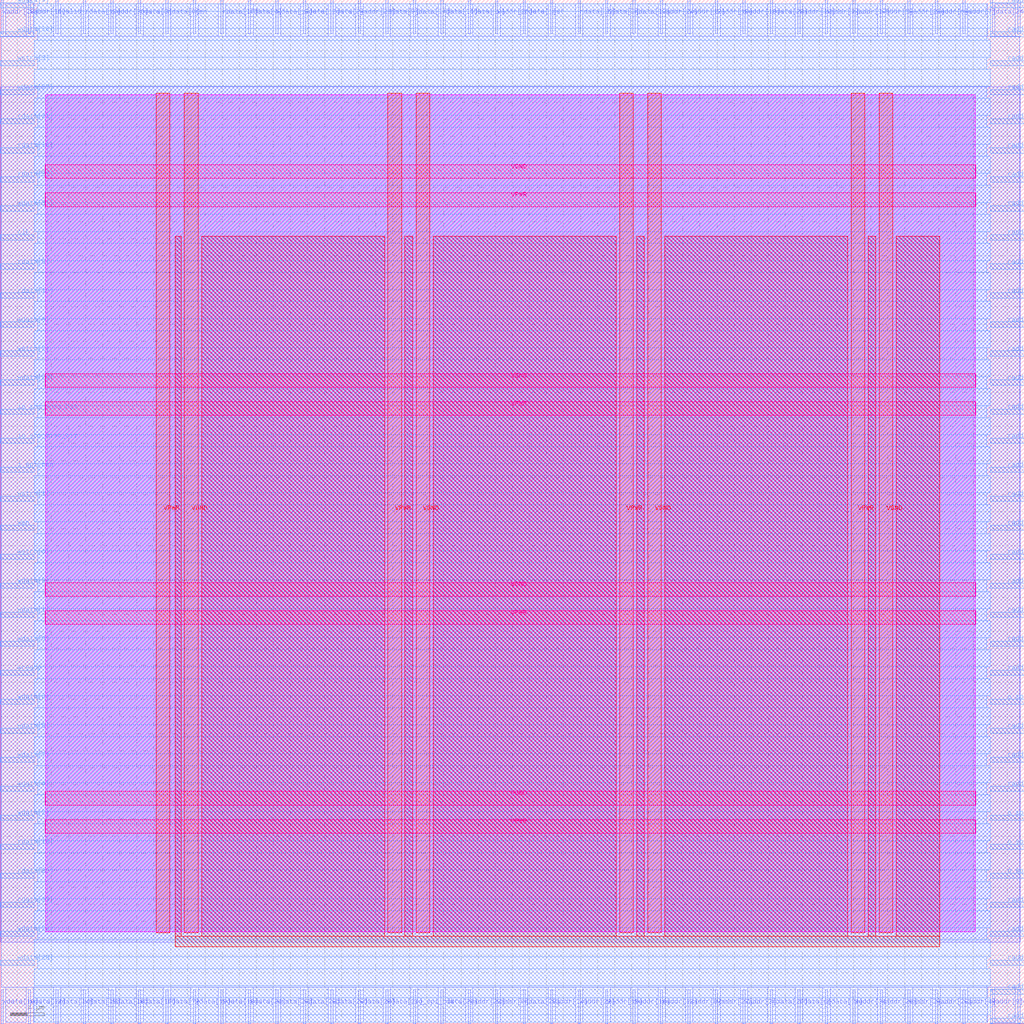
<source format=lef>
VERSION 5.7 ;
  NOWIREEXTENSIONATPIN ON ;
  DIVIDERCHAR "/" ;
  BUSBITCHARS "[]" ;
MACRO spi_top
  CLASS BLOCK ;
  FOREIGN spi_top ;
  ORIGIN 0.000 0.000 ;
  SIZE 120.000 BY 120.000 ;
  PIN VGND
    DIRECTION INOUT ;
    USE GROUND ;
    PORT
      LAYER met4 ;
        RECT 21.590 10.640 23.190 109.040 ;
    END
    PORT
      LAYER met4 ;
        RECT 48.730 10.640 50.330 109.040 ;
    END
    PORT
      LAYER met4 ;
        RECT 75.870 10.640 77.470 109.040 ;
    END
    PORT
      LAYER met4 ;
        RECT 103.010 10.640 104.610 109.040 ;
    END
    PORT
      LAYER met5 ;
        RECT 5.280 25.620 114.320 27.220 ;
    END
    PORT
      LAYER met5 ;
        RECT 5.280 50.100 114.320 51.700 ;
    END
    PORT
      LAYER met5 ;
        RECT 5.280 74.580 114.320 76.180 ;
    END
    PORT
      LAYER met5 ;
        RECT 5.280 99.060 114.320 100.660 ;
    END
  END VGND
  PIN VPWR
    DIRECTION INOUT ;
    USE POWER ;
    PORT
      LAYER met4 ;
        RECT 18.290 10.640 19.890 109.040 ;
    END
    PORT
      LAYER met4 ;
        RECT 45.430 10.640 47.030 109.040 ;
    END
    PORT
      LAYER met4 ;
        RECT 72.570 10.640 74.170 109.040 ;
    END
    PORT
      LAYER met4 ;
        RECT 99.710 10.640 101.310 109.040 ;
    END
    PORT
      LAYER met5 ;
        RECT 5.280 22.320 114.320 23.920 ;
    END
    PORT
      LAYER met5 ;
        RECT 5.280 46.800 114.320 48.400 ;
    END
    PORT
      LAYER met5 ;
        RECT 5.280 71.280 114.320 72.880 ;
    END
    PORT
      LAYER met5 ;
        RECT 5.280 95.760 114.320 97.360 ;
    END
  END VPWR
  PIN clk
    DIRECTION INPUT ;
    USE SIGNAL ;
    ANTENNAGATEAREA 0.852000 ;
    PORT
      LAYER met3 ;
        RECT 0.000 91.840 4.000 92.440 ;
    END
  END clk
  PIN i_spi_csn
    DIRECTION INPUT ;
    USE SIGNAL ;
    ANTENNAGATEAREA 0.196500 ;
    PORT
      LAYER met3 ;
        RECT 0.000 64.640 4.000 65.240 ;
    END
  END i_spi_csn
  PIN io_spi_clk
    DIRECTION INOUT ;
    USE SIGNAL ;
    ANTENNAGATEAREA 0.126000 ;
    ANTENNADIFFAREA 1.782000 ;
    PORT
      LAYER met2 ;
        RECT 48.390 0.000 48.670 4.000 ;
    END
  END io_spi_clk
  PIN io_spi_miso_bit
    DIRECTION INOUT ;
    USE SIGNAL ;
    ANTENNAGATEAREA 0.495000 ;
    ANTENNADIFFAREA 1.782000 ;
    PORT
      LAYER met3 ;
        RECT 0.000 68.040 4.000 68.640 ;
    END
  END io_spi_miso_bit
  PIN io_spi_mosi_bit
    DIRECTION INOUT ;
    USE SIGNAL ;
    ANTENNAGATEAREA 0.495000 ;
    ANTENNADIFFAREA 1.782000 ;
    PORT
      LAYER met3 ;
        RECT 0.000 71.440 4.000 72.040 ;
    END
  END io_spi_mosi_bit
  PIN o_spi_cs[0]
    DIRECTION OUTPUT ;
    USE SIGNAL ;
    ANTENNADIFFAREA 0.445500 ;
    PORT
      LAYER met3 ;
        RECT 116.000 23.840 120.000 24.440 ;
    END
  END o_spi_cs[0]
  PIN o_spi_cs[1]
    DIRECTION OUTPUT ;
    USE SIGNAL ;
    ANTENNADIFFAREA 0.445500 ;
    PORT
      LAYER met3 ;
        RECT 116.000 20.440 120.000 21.040 ;
    END
  END o_spi_cs[1]
  PIN o_spi_cs[2]
    DIRECTION OUTPUT ;
    USE SIGNAL ;
    ANTENNADIFFAREA 0.445500 ;
    PORT
      LAYER met3 ;
        RECT 116.000 17.040 120.000 17.640 ;
    END
  END o_spi_cs[2]
  PIN o_spi_cs[3]
    DIRECTION OUTPUT ;
    USE SIGNAL ;
    ANTENNADIFFAREA 0.445500 ;
    PORT
      LAYER met3 ;
        RECT 116.000 37.440 120.000 38.040 ;
    END
  END o_spi_cs[3]
  PIN raddr[0]
    DIRECTION INPUT ;
    USE SIGNAL ;
    ANTENNAGATEAREA 0.196500 ;
    PORT
      LAYER met3 ;
        RECT 116.000 44.240 120.000 44.840 ;
    END
  END raddr[0]
  PIN raddr[10]
    DIRECTION INPUT ;
    USE SIGNAL ;
    ANTENNAGATEAREA 0.196500 ;
    PORT
      LAYER met3 ;
        RECT 116.000 47.640 120.000 48.240 ;
    END
  END raddr[10]
  PIN raddr[11]
    DIRECTION INPUT ;
    USE SIGNAL ;
    ANTENNAGATEAREA 0.196500 ;
    PORT
      LAYER met3 ;
        RECT 116.000 64.640 120.000 65.240 ;
    END
  END raddr[11]
  PIN raddr[12]
    DIRECTION INPUT ;
    USE SIGNAL ;
    ANTENNAGATEAREA 0.196500 ;
    PORT
      LAYER met3 ;
        RECT 116.000 68.040 120.000 68.640 ;
    END
  END raddr[12]
  PIN raddr[13]
    DIRECTION INPUT ;
    USE SIGNAL ;
    ANTENNAGATEAREA 0.196500 ;
    PORT
      LAYER met3 ;
        RECT 116.000 61.240 120.000 61.840 ;
    END
  END raddr[13]
  PIN raddr[14]
    DIRECTION INPUT ;
    USE SIGNAL ;
    ANTENNAGATEAREA 0.196500 ;
    PORT
      LAYER met3 ;
        RECT 116.000 71.440 120.000 72.040 ;
    END
  END raddr[14]
  PIN raddr[15]
    DIRECTION INPUT ;
    USE SIGNAL ;
    ANTENNAGATEAREA 0.196500 ;
    PORT
      LAYER met3 ;
        RECT 116.000 57.840 120.000 58.440 ;
    END
  END raddr[15]
  PIN raddr[16]
    DIRECTION INPUT ;
    USE SIGNAL ;
    ANTENNAGATEAREA 0.196500 ;
    PORT
      LAYER met3 ;
        RECT 116.000 105.440 120.000 106.040 ;
    END
  END raddr[16]
  PIN raddr[17]
    DIRECTION INPUT ;
    USE SIGNAL ;
    ANTENNAGATEAREA 0.196500 ;
    PORT
      LAYER met3 ;
        RECT 116.000 98.640 120.000 99.240 ;
    END
  END raddr[17]
  PIN raddr[18]
    DIRECTION INPUT ;
    USE SIGNAL ;
    ANTENNAGATEAREA 0.196500 ;
    PORT
      LAYER met3 ;
        RECT 116.000 91.840 120.000 92.440 ;
    END
  END raddr[18]
  PIN raddr[19]
    DIRECTION INPUT ;
    USE SIGNAL ;
    ANTENNAGATEAREA 0.196500 ;
    PORT
      LAYER met3 ;
        RECT 116.000 88.440 120.000 89.040 ;
    END
  END raddr[19]
  PIN raddr[1]
    DIRECTION INPUT ;
    USE SIGNAL ;
    ANTENNAGATEAREA 0.196500 ;
    PORT
      LAYER met3 ;
        RECT 116.000 34.040 120.000 34.640 ;
    END
  END raddr[1]
  PIN raddr[20]
    DIRECTION INPUT ;
    USE SIGNAL ;
    ANTENNAGATEAREA 0.196500 ;
    PORT
      LAYER met3 ;
        RECT 116.000 108.840 120.000 109.440 ;
    END
  END raddr[20]
  PIN raddr[21]
    DIRECTION INPUT ;
    USE SIGNAL ;
    ANTENNAGATEAREA 0.196500 ;
    PORT
      LAYER met3 ;
        RECT 116.000 112.240 120.000 112.840 ;
    END
  END raddr[21]
  PIN raddr[22]
    DIRECTION INPUT ;
    USE SIGNAL ;
    ANTENNAGATEAREA 0.196500 ;
    PORT
      LAYER met3 ;
        RECT 116.000 115.640 120.000 116.240 ;
    END
  END raddr[22]
  PIN raddr[23]
    DIRECTION INPUT ;
    USE SIGNAL ;
    ANTENNAGATEAREA 0.196500 ;
    PORT
      LAYER met3 ;
        RECT 116.000 102.040 120.000 102.640 ;
    END
  END raddr[23]
  PIN raddr[24]
    DIRECTION INPUT ;
    USE SIGNAL ;
    ANTENNAGATEAREA 0.196500 ;
    PORT
      LAYER met3 ;
        RECT 116.000 85.040 120.000 85.640 ;
    END
  END raddr[24]
  PIN raddr[25]
    DIRECTION INPUT ;
    USE SIGNAL ;
    ANTENNAGATEAREA 0.196500 ;
    PORT
      LAYER met3 ;
        RECT 116.000 30.640 120.000 31.240 ;
    END
  END raddr[25]
  PIN raddr[26]
    DIRECTION INPUT ;
    USE SIGNAL ;
    ANTENNAGATEAREA 0.196500 ;
    PORT
      LAYER met3 ;
        RECT 116.000 119.040 120.000 119.640 ;
    END
  END raddr[26]
  PIN raddr[27]
    DIRECTION INPUT ;
    USE SIGNAL ;
    ANTENNAGATEAREA 0.196500 ;
    PORT
      LAYER met3 ;
        RECT 116.000 95.240 120.000 95.840 ;
    END
  END raddr[27]
  PIN raddr[28]
    DIRECTION INPUT ;
    USE SIGNAL ;
    ANTENNAGATEAREA 0.196500 ;
    PORT
      LAYER met3 ;
        RECT 116.000 78.240 120.000 78.840 ;
    END
  END raddr[28]
  PIN raddr[29]
    DIRECTION INPUT ;
    USE SIGNAL ;
    ANTENNAGATEAREA 0.196500 ;
    PORT
      LAYER met3 ;
        RECT 116.000 0.040 120.000 0.640 ;
    END
  END raddr[29]
  PIN raddr[2]
    DIRECTION INPUT ;
    USE SIGNAL ;
    ANTENNAGATEAREA 0.196500 ;
    PORT
      LAYER met3 ;
        RECT 116.000 13.640 120.000 14.240 ;
    END
  END raddr[2]
  PIN raddr[30]
    DIRECTION INPUT ;
    USE SIGNAL ;
    ANTENNAGATEAREA 0.196500 ;
    PORT
      LAYER met3 ;
        RECT 116.000 81.640 120.000 82.240 ;
    END
  END raddr[30]
  PIN raddr[31]
    DIRECTION INPUT ;
    USE SIGNAL ;
    ANTENNAGATEAREA 0.196500 ;
    PORT
      LAYER met3 ;
        RECT 116.000 74.840 120.000 75.440 ;
    END
  END raddr[31]
  PIN raddr[3]
    DIRECTION INPUT ;
    USE SIGNAL ;
    ANTENNAGATEAREA 0.196500 ;
    PORT
      LAYER met3 ;
        RECT 116.000 10.240 120.000 10.840 ;
    END
  END raddr[3]
  PIN raddr[4]
    DIRECTION INPUT ;
    USE SIGNAL ;
    ANTENNAGATEAREA 0.196500 ;
    PORT
      LAYER met3 ;
        RECT 116.000 40.840 120.000 41.440 ;
    END
  END raddr[4]
  PIN raddr[5]
    DIRECTION INPUT ;
    USE SIGNAL ;
    ANTENNAGATEAREA 0.196500 ;
    PORT
      LAYER met3 ;
        RECT 116.000 6.840 120.000 7.440 ;
    END
  END raddr[5]
  PIN raddr[6]
    DIRECTION INPUT ;
    USE SIGNAL ;
    ANTENNAGATEAREA 0.196500 ;
    PORT
      LAYER met3 ;
        RECT 116.000 54.440 120.000 55.040 ;
    END
  END raddr[6]
  PIN raddr[7]
    DIRECTION INPUT ;
    USE SIGNAL ;
    ANTENNAGATEAREA 0.196500 ;
    PORT
      LAYER met3 ;
        RECT 116.000 51.040 120.000 51.640 ;
    END
  END raddr[7]
  PIN raddr[8]
    DIRECTION INPUT ;
    USE SIGNAL ;
    ANTENNAGATEAREA 0.196500 ;
    PORT
      LAYER met3 ;
        RECT 116.000 3.440 120.000 4.040 ;
    END
  END raddr[8]
  PIN raddr[9]
    DIRECTION INPUT ;
    USE SIGNAL ;
    ANTENNAGATEAREA 0.196500 ;
    PORT
      LAYER met3 ;
        RECT 116.000 27.240 120.000 27.840 ;
    END
  END raddr[9]
  PIN rdata[0]
    DIRECTION OUTPUT ;
    USE SIGNAL ;
    ANTENNADIFFAREA 0.795200 ;
    PORT
      LAYER met2 ;
        RECT 19.410 116.000 19.690 120.000 ;
    END
  END rdata[0]
  PIN rdata[10]
    DIRECTION OUTPUT ;
    USE SIGNAL ;
    ANTENNADIFFAREA 0.795200 ;
    PORT
      LAYER met2 ;
        RECT 54.830 116.000 55.110 120.000 ;
    END
  END rdata[10]
  PIN rdata[11]
    DIRECTION OUTPUT ;
    USE SIGNAL ;
    ANTENNADIFFAREA 0.795200 ;
    PORT
      LAYER met2 ;
        RECT 51.610 116.000 51.890 120.000 ;
    END
  END rdata[11]
  PIN rdata[12]
    DIRECTION OUTPUT ;
    USE SIGNAL ;
    ANTENNADIFFAREA 0.795200 ;
    PORT
      LAYER met2 ;
        RECT 74.150 116.000 74.430 120.000 ;
    END
  END rdata[12]
  PIN rdata[13]
    DIRECTION OUTPUT ;
    USE SIGNAL ;
    ANTENNADIFFAREA 0.795200 ;
    PORT
      LAYER met2 ;
        RECT 9.750 116.000 10.030 120.000 ;
    END
  END rdata[13]
  PIN rdata[14]
    DIRECTION OUTPUT ;
    USE SIGNAL ;
    ANTENNADIFFAREA 0.795200 ;
    PORT
      LAYER met2 ;
        RECT 48.390 116.000 48.670 120.000 ;
    END
  END rdata[14]
  PIN rdata[15]
    DIRECTION OUTPUT ;
    USE SIGNAL ;
    ANTENNADIFFAREA 0.795200 ;
    PORT
      LAYER met2 ;
        RECT 67.710 116.000 67.990 120.000 ;
    END
  END rdata[15]
  PIN rdata[16]
    DIRECTION OUTPUT ;
    USE SIGNAL ;
    PORT
      LAYER met3 ;
        RECT 0.000 85.040 4.000 85.640 ;
    END
  END rdata[16]
  PIN rdata[17]
    DIRECTION OUTPUT ;
    USE SIGNAL ;
    PORT
      LAYER met2 ;
        RECT 25.850 116.000 26.130 120.000 ;
    END
  END rdata[17]
  PIN rdata[18]
    DIRECTION OUTPUT ;
    USE SIGNAL ;
    PORT
      LAYER met3 ;
        RECT 0.000 20.440 4.000 21.040 ;
    END
  END rdata[18]
  PIN rdata[19]
    DIRECTION OUTPUT ;
    USE SIGNAL ;
    PORT
      LAYER met2 ;
        RECT 119.230 0.000 119.510 4.000 ;
    END
  END rdata[19]
  PIN rdata[1]
    DIRECTION OUTPUT ;
    USE SIGNAL ;
    ANTENNADIFFAREA 0.795200 ;
    PORT
      LAYER met2 ;
        RECT 61.270 116.000 61.550 120.000 ;
    END
  END rdata[1]
  PIN rdata[20]
    DIRECTION OUTPUT ;
    USE SIGNAL ;
    PORT
      LAYER met2 ;
        RECT 51.610 0.000 51.890 4.000 ;
    END
  END rdata[20]
  PIN rdata[21]
    DIRECTION OUTPUT ;
    USE SIGNAL ;
    PORT
      LAYER met3 ;
        RECT 0.000 105.440 4.000 106.040 ;
    END
  END rdata[21]
  PIN rdata[22]
    DIRECTION OUTPUT ;
    USE SIGNAL ;
    PORT
      LAYER met3 ;
        RECT 0.000 98.640 4.000 99.240 ;
    END
  END rdata[22]
  PIN rdata[23]
    DIRECTION OUTPUT ;
    USE SIGNAL ;
    PORT
      LAYER met3 ;
        RECT 0.000 13.640 4.000 14.240 ;
    END
  END rdata[23]
  PIN rdata[24]
    DIRECTION OUTPUT ;
    USE SIGNAL ;
    PORT
      LAYER met2 ;
        RECT 116.010 116.000 116.290 120.000 ;
    END
  END rdata[24]
  PIN rdata[25]
    DIRECTION OUTPUT ;
    USE SIGNAL ;
    PORT
      LAYER met2 ;
        RECT 119.230 116.000 119.510 120.000 ;
    END
  END rdata[25]
  PIN rdata[26]
    DIRECTION OUTPUT ;
    USE SIGNAL ;
    PORT
      LAYER met3 ;
        RECT 0.000 17.040 4.000 17.640 ;
    END
  END rdata[26]
  PIN rdata[27]
    DIRECTION OUTPUT ;
    USE SIGNAL ;
    PORT
      LAYER met2 ;
        RECT 90.250 0.000 90.530 4.000 ;
    END
  END rdata[27]
  PIN rdata[28]
    DIRECTION OUTPUT ;
    USE SIGNAL ;
    PORT
      LAYER met2 ;
        RECT 90.250 116.000 90.530 120.000 ;
    END
  END rdata[28]
  PIN rdata[29]
    DIRECTION OUTPUT ;
    USE SIGNAL ;
    PORT
      LAYER met2 ;
        RECT 61.270 0.000 61.550 4.000 ;
    END
  END rdata[29]
  PIN rdata[2]
    DIRECTION OUTPUT ;
    USE SIGNAL ;
    ANTENNADIFFAREA 0.795200 ;
    PORT
      LAYER met2 ;
        RECT 38.730 116.000 39.010 120.000 ;
    END
  END rdata[2]
  PIN rdata[30]
    DIRECTION OUTPUT ;
    USE SIGNAL ;
    PORT
      LAYER met3 ;
        RECT 0.000 102.040 4.000 102.640 ;
    END
  END rdata[30]
  PIN rdata[31]
    DIRECTION OUTPUT ;
    USE SIGNAL ;
    PORT
      LAYER met2 ;
        RECT 96.690 0.000 96.970 4.000 ;
    END
  END rdata[31]
  PIN rdata[3]
    DIRECTION OUTPUT ;
    USE SIGNAL ;
    ANTENNADIFFAREA 0.795200 ;
    PORT
      LAYER met2 ;
        RECT 70.930 116.000 71.210 120.000 ;
    END
  END rdata[3]
  PIN rdata[4]
    DIRECTION OUTPUT ;
    USE SIGNAL ;
    ANTENNADIFFAREA 0.795200 ;
    PORT
      LAYER met2 ;
        RECT 29.070 116.000 29.350 120.000 ;
    END
  END rdata[4]
  PIN rdata[5]
    DIRECTION OUTPUT ;
    USE SIGNAL ;
    PORT
      LAYER met3 ;
        RECT 0.000 88.440 4.000 89.040 ;
    END
  END rdata[5]
  PIN rdata[6]
    DIRECTION OUTPUT ;
    USE SIGNAL ;
    PORT
      LAYER met2 ;
        RECT 93.470 0.000 93.750 4.000 ;
    END
  END rdata[6]
  PIN rdata[7]
    DIRECTION OUTPUT ;
    USE SIGNAL ;
    PORT
      LAYER met2 ;
        RECT 19.410 0.000 19.690 4.000 ;
    END
  END rdata[7]
  PIN rdata[8]
    DIRECTION OUTPUT ;
    USE SIGNAL ;
    ANTENNADIFFAREA 0.795200 ;
    PORT
      LAYER met2 ;
        RECT 16.190 116.000 16.470 120.000 ;
    END
  END rdata[8]
  PIN rdata[9]
    DIRECTION OUTPUT ;
    USE SIGNAL ;
    ANTENNADIFFAREA 0.795200 ;
    PORT
      LAYER met2 ;
        RECT 45.170 116.000 45.450 120.000 ;
    END
  END rdata[9]
  PIN ren
    DIRECTION INPUT ;
    USE SIGNAL ;
    ANTENNAGATEAREA 0.126000 ;
    PORT
      LAYER met2 ;
        RECT 22.630 116.000 22.910 120.000 ;
    END
  END ren
  PIN rst
    DIRECTION INPUT ;
    USE SIGNAL ;
    ANTENNAGATEAREA 0.196500 ;
    PORT
      LAYER met2 ;
        RECT 64.490 116.000 64.770 120.000 ;
    END
  END rst
  PIN rvalid
    DIRECTION OUTPUT ;
    USE SIGNAL ;
    ANTENNADIFFAREA 0.795200 ;
    PORT
      LAYER met2 ;
        RECT 6.530 116.000 6.810 120.000 ;
    END
  END rvalid
  PIN waddr[0]
    DIRECTION INPUT ;
    USE SIGNAL ;
    ANTENNAGATEAREA 0.196500 ;
    PORT
      LAYER met2 ;
        RECT 58.050 0.000 58.330 4.000 ;
    END
  END waddr[0]
  PIN waddr[10]
    DIRECTION INPUT ;
    USE SIGNAL ;
    ANTENNAGATEAREA 0.196500 ;
    PORT
      LAYER met2 ;
        RECT 93.470 116.000 93.750 120.000 ;
    END
  END waddr[10]
  PIN waddr[11]
    DIRECTION INPUT ;
    USE SIGNAL ;
    ANTENNAGATEAREA 0.196500 ;
    PORT
      LAYER met2 ;
        RECT 3.310 116.000 3.590 120.000 ;
    END
  END waddr[11]
  PIN waddr[12]
    DIRECTION INPUT ;
    USE SIGNAL ;
    ANTENNAGATEAREA 0.196500 ;
    PORT
      LAYER met2 ;
        RECT 80.590 116.000 80.870 120.000 ;
    END
  END waddr[12]
  PIN waddr[13]
    DIRECTION INPUT ;
    USE SIGNAL ;
    ANTENNAGATEAREA 0.196500 ;
    PORT
      LAYER met2 ;
        RECT 77.370 0.000 77.650 4.000 ;
    END
  END waddr[13]
  PIN waddr[14]
    DIRECTION INPUT ;
    USE SIGNAL ;
    ANTENNAGATEAREA 0.196500 ;
    PORT
      LAYER met2 ;
        RECT 64.490 0.000 64.770 4.000 ;
    END
  END waddr[14]
  PIN waddr[15]
    DIRECTION INPUT ;
    USE SIGNAL ;
    ANTENNAGATEAREA 0.196500 ;
    PORT
      LAYER met2 ;
        RECT 70.930 0.000 71.210 4.000 ;
    END
  END waddr[15]
  PIN waddr[16]
    DIRECTION INPUT ;
    USE SIGNAL ;
    ANTENNAGATEAREA 0.196500 ;
    PORT
      LAYER met2 ;
        RECT 74.150 0.000 74.430 4.000 ;
    END
  END waddr[16]
  PIN waddr[17]
    DIRECTION INPUT ;
    USE SIGNAL ;
    ANTENNAGATEAREA 0.196500 ;
    PORT
      LAYER met2 ;
        RECT 99.910 116.000 100.190 120.000 ;
    END
  END waddr[17]
  PIN waddr[18]
    DIRECTION INPUT ;
    USE SIGNAL ;
    ANTENNAGATEAREA 0.196500 ;
    PORT
      LAYER met2 ;
        RECT 83.810 116.000 84.090 120.000 ;
    END
  END waddr[18]
  PIN waddr[19]
    DIRECTION INPUT ;
    USE SIGNAL ;
    ANTENNAGATEAREA 0.196500 ;
    PORT
      LAYER met2 ;
        RECT 87.030 116.000 87.310 120.000 ;
    END
  END waddr[19]
  PIN waddr[1]
    DIRECTION INPUT ;
    USE SIGNAL ;
    ANTENNAGATEAREA 0.196500 ;
    PORT
      LAYER met2 ;
        RECT 96.690 116.000 96.970 120.000 ;
    END
  END waddr[1]
  PIN waddr[20]
    DIRECTION INPUT ;
    USE SIGNAL ;
    ANTENNAGATEAREA 0.196500 ;
    PORT
      LAYER met2 ;
        RECT 58.050 116.000 58.330 120.000 ;
    END
  END waddr[20]
  PIN waddr[21]
    DIRECTION INPUT ;
    USE SIGNAL ;
    ANTENNAGATEAREA 0.196500 ;
    PORT
      LAYER met2 ;
        RECT 67.710 0.000 67.990 4.000 ;
    END
  END waddr[21]
  PIN waddr[22]
    DIRECTION INPUT ;
    USE SIGNAL ;
    ANTENNAGATEAREA 0.196500 ;
    PORT
      LAYER met2 ;
        RECT 109.570 0.000 109.850 4.000 ;
    END
  END waddr[22]
  PIN waddr[23]
    DIRECTION INPUT ;
    USE SIGNAL ;
    ANTENNAGATEAREA 0.196500 ;
    PORT
      LAYER met2 ;
        RECT 54.830 0.000 55.110 4.000 ;
    END
  END waddr[23]
  PIN waddr[24]
    DIRECTION INPUT ;
    USE SIGNAL ;
    ANTENNAGATEAREA 0.196500 ;
    PORT
      LAYER met2 ;
        RECT 77.370 116.000 77.650 120.000 ;
    END
  END waddr[24]
  PIN waddr[25]
    DIRECTION INPUT ;
    USE SIGNAL ;
    ANTENNAGATEAREA 0.196500 ;
    PORT
      LAYER met2 ;
        RECT 106.350 116.000 106.630 120.000 ;
    END
  END waddr[25]
  PIN waddr[26]
    DIRECTION INPUT ;
    USE SIGNAL ;
    ANTENNAGATEAREA 0.196500 ;
    PORT
      LAYER met2 ;
        RECT 103.130 0.000 103.410 4.000 ;
    END
  END waddr[26]
  PIN waddr[27]
    DIRECTION INPUT ;
    USE SIGNAL ;
    ANTENNAGATEAREA 0.196500 ;
    PORT
      LAYER met2 ;
        RECT 83.810 0.000 84.090 4.000 ;
    END
  END waddr[27]
  PIN waddr[28]
    DIRECTION INPUT ;
    USE SIGNAL ;
    ANTENNAGATEAREA 0.196500 ;
    PORT
      LAYER met2 ;
        RECT 0.090 116.000 0.370 120.000 ;
    END
  END waddr[28]
  PIN waddr[29]
    DIRECTION INPUT ;
    USE SIGNAL ;
    ANTENNAGATEAREA 0.196500 ;
    PORT
      LAYER met2 ;
        RECT 41.950 116.000 42.230 120.000 ;
    END
  END waddr[29]
  PIN waddr[2]
    DIRECTION INPUT ;
    USE SIGNAL ;
    ANTENNAGATEAREA 0.196500 ;
    PORT
      LAYER met2 ;
        RECT 106.350 0.000 106.630 4.000 ;
    END
  END waddr[2]
  PIN waddr[30]
    DIRECTION INPUT ;
    USE SIGNAL ;
    ANTENNAGATEAREA 0.196500 ;
    PORT
      LAYER met2 ;
        RECT 12.970 116.000 13.250 120.000 ;
    END
  END waddr[30]
  PIN waddr[31]
    DIRECTION INPUT ;
    USE SIGNAL ;
    ANTENNAGATEAREA 0.196500 ;
    PORT
      LAYER met2 ;
        RECT 99.910 0.000 100.190 4.000 ;
    END
  END waddr[31]
  PIN waddr[3]
    DIRECTION INPUT ;
    USE SIGNAL ;
    ANTENNAGATEAREA 0.196500 ;
    PORT
      LAYER met2 ;
        RECT 87.030 0.000 87.310 4.000 ;
    END
  END waddr[3]
  PIN waddr[4]
    DIRECTION INPUT ;
    USE SIGNAL ;
    ANTENNAGATEAREA 0.196500 ;
    PORT
      LAYER met2 ;
        RECT 112.790 0.000 113.070 4.000 ;
    END
  END waddr[4]
  PIN waddr[5]
    DIRECTION INPUT ;
    USE SIGNAL ;
    ANTENNAGATEAREA 0.196500 ;
    PORT
      LAYER met2 ;
        RECT 103.130 116.000 103.410 120.000 ;
    END
  END waddr[5]
  PIN waddr[6]
    DIRECTION INPUT ;
    USE SIGNAL ;
    ANTENNAGATEAREA 0.196500 ;
    PORT
      LAYER met2 ;
        RECT 109.570 116.000 109.850 120.000 ;
    END
  END waddr[6]
  PIN waddr[7]
    DIRECTION INPUT ;
    USE SIGNAL ;
    ANTENNAGATEAREA 0.196500 ;
    PORT
      LAYER met2 ;
        RECT 112.790 116.000 113.070 120.000 ;
    END
  END waddr[7]
  PIN waddr[8]
    DIRECTION INPUT ;
    USE SIGNAL ;
    ANTENNAGATEAREA 0.196500 ;
    PORT
      LAYER met2 ;
        RECT 80.590 0.000 80.870 4.000 ;
    END
  END waddr[8]
  PIN waddr[9]
    DIRECTION INPUT ;
    USE SIGNAL ;
    ANTENNAGATEAREA 0.196500 ;
    PORT
      LAYER met2 ;
        RECT 116.010 0.000 116.290 4.000 ;
    END
  END waddr[9]
  PIN wdata[0]
    DIRECTION INPUT ;
    USE SIGNAL ;
    ANTENNAGATEAREA 0.196500 ;
    PORT
      LAYER met3 ;
        RECT 0.000 44.240 4.000 44.840 ;
    END
  END wdata[0]
  PIN wdata[10]
    DIRECTION INPUT ;
    USE SIGNAL ;
    PORT
      LAYER met2 ;
        RECT 0.090 0.000 0.370 4.000 ;
    END
  END wdata[10]
  PIN wdata[11]
    DIRECTION INPUT ;
    USE SIGNAL ;
    PORT
      LAYER met2 ;
        RECT 3.310 0.000 3.590 4.000 ;
    END
  END wdata[11]
  PIN wdata[12]
    DIRECTION INPUT ;
    USE SIGNAL ;
    ANTENNAGATEAREA 0.196500 ;
    PORT
      LAYER met2 ;
        RECT 35.510 116.000 35.790 120.000 ;
    END
  END wdata[12]
  PIN wdata[13]
    DIRECTION INPUT ;
    USE SIGNAL ;
    ANTENNAGATEAREA 0.196500 ;
    PORT
      LAYER met2 ;
        RECT 32.290 116.000 32.570 120.000 ;
    END
  END wdata[13]
  PIN wdata[14]
    DIRECTION INPUT ;
    USE SIGNAL ;
    PORT
      LAYER met2 ;
        RECT 6.530 0.000 6.810 4.000 ;
    END
  END wdata[14]
  PIN wdata[15]
    DIRECTION INPUT ;
    USE SIGNAL ;
    PORT
      LAYER met2 ;
        RECT 9.750 0.000 10.030 4.000 ;
    END
  END wdata[15]
  PIN wdata[16]
    DIRECTION INPUT ;
    USE SIGNAL ;
    PORT
      LAYER met2 ;
        RECT 12.970 0.000 13.250 4.000 ;
    END
  END wdata[16]
  PIN wdata[17]
    DIRECTION INPUT ;
    USE SIGNAL ;
    PORT
      LAYER met2 ;
        RECT 16.190 0.000 16.470 4.000 ;
    END
  END wdata[17]
  PIN wdata[18]
    DIRECTION INPUT ;
    USE SIGNAL ;
    PORT
      LAYER met2 ;
        RECT 25.850 0.000 26.130 4.000 ;
    END
  END wdata[18]
  PIN wdata[19]
    DIRECTION INPUT ;
    USE SIGNAL ;
    PORT
      LAYER met2 ;
        RECT 22.630 0.000 22.910 4.000 ;
    END
  END wdata[19]
  PIN wdata[1]
    DIRECTION INPUT ;
    USE SIGNAL ;
    ANTENNAGATEAREA 0.196500 ;
    PORT
      LAYER met3 ;
        RECT 0.000 47.640 4.000 48.240 ;
    END
  END wdata[1]
  PIN wdata[20]
    DIRECTION INPUT ;
    USE SIGNAL ;
    PORT
      LAYER met2 ;
        RECT 32.290 0.000 32.570 4.000 ;
    END
  END wdata[20]
  PIN wdata[21]
    DIRECTION INPUT ;
    USE SIGNAL ;
    PORT
      LAYER met2 ;
        RECT 29.070 0.000 29.350 4.000 ;
    END
  END wdata[21]
  PIN wdata[22]
    DIRECTION INPUT ;
    USE SIGNAL ;
    PORT
      LAYER met2 ;
        RECT 38.730 0.000 39.010 4.000 ;
    END
  END wdata[22]
  PIN wdata[23]
    DIRECTION INPUT ;
    USE SIGNAL ;
    PORT
      LAYER met2 ;
        RECT 35.510 0.000 35.790 4.000 ;
    END
  END wdata[23]
  PIN wdata[24]
    DIRECTION INPUT ;
    USE SIGNAL ;
    PORT
      LAYER met2 ;
        RECT 45.170 0.000 45.450 4.000 ;
    END
  END wdata[24]
  PIN wdata[25]
    DIRECTION INPUT ;
    USE SIGNAL ;
    PORT
      LAYER met2 ;
        RECT 41.950 0.000 42.230 4.000 ;
    END
  END wdata[25]
  PIN wdata[26]
    DIRECTION INPUT ;
    USE SIGNAL ;
    PORT
      LAYER met3 ;
        RECT 0.000 10.240 4.000 10.840 ;
    END
  END wdata[26]
  PIN wdata[27]
    DIRECTION INPUT ;
    USE SIGNAL ;
    PORT
      LAYER met3 ;
        RECT 0.000 108.840 4.000 109.440 ;
    END
  END wdata[27]
  PIN wdata[28]
    DIRECTION INPUT ;
    USE SIGNAL ;
    PORT
      LAYER met3 ;
        RECT 0.000 6.840 4.000 7.440 ;
    END
  END wdata[28]
  PIN wdata[29]
    DIRECTION INPUT ;
    USE SIGNAL ;
    PORT
      LAYER met3 ;
        RECT 0.000 74.840 4.000 75.440 ;
    END
  END wdata[29]
  PIN wdata[2]
    DIRECTION INPUT ;
    USE SIGNAL ;
    ANTENNAGATEAREA 0.196500 ;
    PORT
      LAYER met3 ;
        RECT 0.000 23.840 4.000 24.440 ;
    END
  END wdata[2]
  PIN wdata[30]
    DIRECTION INPUT ;
    USE SIGNAL ;
    PORT
      LAYER met3 ;
        RECT 0.000 115.640 4.000 116.240 ;
    END
  END wdata[30]
  PIN wdata[31]
    DIRECTION INPUT ;
    USE SIGNAL ;
    PORT
      LAYER met3 ;
        RECT 0.000 95.240 4.000 95.840 ;
    END
  END wdata[31]
  PIN wdata[3]
    DIRECTION INPUT ;
    USE SIGNAL ;
    ANTENNAGATEAREA 0.196500 ;
    PORT
      LAYER met3 ;
        RECT 0.000 51.040 4.000 51.640 ;
    END
  END wdata[3]
  PIN wdata[4]
    DIRECTION INPUT ;
    USE SIGNAL ;
    ANTENNAGATEAREA 0.196500 ;
    PORT
      LAYER met3 ;
        RECT 0.000 27.240 4.000 27.840 ;
    END
  END wdata[4]
  PIN wdata[5]
    DIRECTION INPUT ;
    USE SIGNAL ;
    ANTENNAGATEAREA 0.196500 ;
    PORT
      LAYER met3 ;
        RECT 0.000 34.040 4.000 34.640 ;
    END
  END wdata[5]
  PIN wdata[6]
    DIRECTION INPUT ;
    USE SIGNAL ;
    ANTENNAGATEAREA 0.196500 ;
    PORT
      LAYER met3 ;
        RECT 0.000 37.440 4.000 38.040 ;
    END
  END wdata[6]
  PIN wdata[7]
    DIRECTION INPUT ;
    USE SIGNAL ;
    ANTENNAGATEAREA 0.196500 ;
    PORT
      LAYER met3 ;
        RECT 0.000 30.640 4.000 31.240 ;
    END
  END wdata[7]
  PIN wdata[8]
    DIRECTION INPUT ;
    USE SIGNAL ;
    PORT
      LAYER met3 ;
        RECT 0.000 81.640 4.000 82.240 ;
    END
  END wdata[8]
  PIN wdata[9]
    DIRECTION INPUT ;
    USE SIGNAL ;
    PORT
      LAYER met3 ;
        RECT 0.000 119.040 4.000 119.640 ;
    END
  END wdata[9]
  PIN wen
    DIRECTION INPUT ;
    USE SIGNAL ;
    ANTENNAGATEAREA 0.196500 ;
    PORT
      LAYER met3 ;
        RECT 0.000 57.840 4.000 58.440 ;
    END
  END wen
  PIN wready
    DIRECTION OUTPUT ;
    USE SIGNAL ;
    PORT
      LAYER met3 ;
        RECT 0.000 40.840 4.000 41.440 ;
    END
  END wready
  PIN wstrb[0]
    DIRECTION INPUT ;
    USE SIGNAL ;
    ANTENNAGATEAREA 0.213000 ;
    PORT
      LAYER met3 ;
        RECT 0.000 54.440 4.000 55.040 ;
    END
  END wstrb[0]
  PIN wstrb[1]
    DIRECTION INPUT ;
    USE SIGNAL ;
    ANTENNAGATEAREA 0.196500 ;
    PORT
      LAYER met3 ;
        RECT 0.000 61.240 4.000 61.840 ;
    END
  END wstrb[1]
  PIN wstrb[2]
    DIRECTION INPUT ;
    USE SIGNAL ;
    PORT
      LAYER met3 ;
        RECT 0.000 78.240 4.000 78.840 ;
    END
  END wstrb[2]
  PIN wstrb[3]
    DIRECTION INPUT ;
    USE SIGNAL ;
    PORT
      LAYER met3 ;
        RECT 0.000 112.240 4.000 112.840 ;
    END
  END wstrb[3]
  OBS
      LAYER nwell ;
        RECT 5.330 10.795 114.270 108.885 ;
      LAYER li1 ;
        RECT 5.520 10.795 114.080 108.885 ;
      LAYER met1 ;
        RECT 0.070 9.560 119.530 109.780 ;
      LAYER met2 ;
        RECT 0.650 115.720 3.030 119.525 ;
        RECT 3.870 115.720 6.250 119.525 ;
        RECT 7.090 115.720 9.470 119.525 ;
        RECT 10.310 115.720 12.690 119.525 ;
        RECT 13.530 115.720 15.910 119.525 ;
        RECT 16.750 115.720 19.130 119.525 ;
        RECT 19.970 115.720 22.350 119.525 ;
        RECT 23.190 115.720 25.570 119.525 ;
        RECT 26.410 115.720 28.790 119.525 ;
        RECT 29.630 115.720 32.010 119.525 ;
        RECT 32.850 115.720 35.230 119.525 ;
        RECT 36.070 115.720 38.450 119.525 ;
        RECT 39.290 115.720 41.670 119.525 ;
        RECT 42.510 115.720 44.890 119.525 ;
        RECT 45.730 115.720 48.110 119.525 ;
        RECT 48.950 115.720 51.330 119.525 ;
        RECT 52.170 115.720 54.550 119.525 ;
        RECT 55.390 115.720 57.770 119.525 ;
        RECT 58.610 115.720 60.990 119.525 ;
        RECT 61.830 115.720 64.210 119.525 ;
        RECT 65.050 115.720 67.430 119.525 ;
        RECT 68.270 115.720 70.650 119.525 ;
        RECT 71.490 115.720 73.870 119.525 ;
        RECT 74.710 115.720 77.090 119.525 ;
        RECT 77.930 115.720 80.310 119.525 ;
        RECT 81.150 115.720 83.530 119.525 ;
        RECT 84.370 115.720 86.750 119.525 ;
        RECT 87.590 115.720 89.970 119.525 ;
        RECT 90.810 115.720 93.190 119.525 ;
        RECT 94.030 115.720 96.410 119.525 ;
        RECT 97.250 115.720 99.630 119.525 ;
        RECT 100.470 115.720 102.850 119.525 ;
        RECT 103.690 115.720 106.070 119.525 ;
        RECT 106.910 115.720 109.290 119.525 ;
        RECT 110.130 115.720 112.510 119.525 ;
        RECT 113.350 115.720 115.730 119.525 ;
        RECT 116.570 115.720 118.950 119.525 ;
        RECT 0.100 4.280 119.500 115.720 ;
        RECT 0.650 0.155 3.030 4.280 ;
        RECT 3.870 0.155 6.250 4.280 ;
        RECT 7.090 0.155 9.470 4.280 ;
        RECT 10.310 0.155 12.690 4.280 ;
        RECT 13.530 0.155 15.910 4.280 ;
        RECT 16.750 0.155 19.130 4.280 ;
        RECT 19.970 0.155 22.350 4.280 ;
        RECT 23.190 0.155 25.570 4.280 ;
        RECT 26.410 0.155 28.790 4.280 ;
        RECT 29.630 0.155 32.010 4.280 ;
        RECT 32.850 0.155 35.230 4.280 ;
        RECT 36.070 0.155 38.450 4.280 ;
        RECT 39.290 0.155 41.670 4.280 ;
        RECT 42.510 0.155 44.890 4.280 ;
        RECT 45.730 0.155 48.110 4.280 ;
        RECT 48.950 0.155 51.330 4.280 ;
        RECT 52.170 0.155 54.550 4.280 ;
        RECT 55.390 0.155 57.770 4.280 ;
        RECT 58.610 0.155 60.990 4.280 ;
        RECT 61.830 0.155 64.210 4.280 ;
        RECT 65.050 0.155 67.430 4.280 ;
        RECT 68.270 0.155 70.650 4.280 ;
        RECT 71.490 0.155 73.870 4.280 ;
        RECT 74.710 0.155 77.090 4.280 ;
        RECT 77.930 0.155 80.310 4.280 ;
        RECT 81.150 0.155 83.530 4.280 ;
        RECT 84.370 0.155 86.750 4.280 ;
        RECT 87.590 0.155 89.970 4.280 ;
        RECT 90.810 0.155 93.190 4.280 ;
        RECT 94.030 0.155 96.410 4.280 ;
        RECT 97.250 0.155 99.630 4.280 ;
        RECT 100.470 0.155 102.850 4.280 ;
        RECT 103.690 0.155 106.070 4.280 ;
        RECT 106.910 0.155 109.290 4.280 ;
        RECT 110.130 0.155 112.510 4.280 ;
        RECT 113.350 0.155 115.730 4.280 ;
        RECT 116.570 0.155 118.950 4.280 ;
      LAYER met3 ;
        RECT 4.400 118.640 115.600 119.505 ;
        RECT 3.990 116.640 116.000 118.640 ;
        RECT 4.400 115.240 115.600 116.640 ;
        RECT 3.990 113.240 116.000 115.240 ;
        RECT 4.400 111.840 115.600 113.240 ;
        RECT 3.990 109.840 116.000 111.840 ;
        RECT 4.400 108.440 115.600 109.840 ;
        RECT 3.990 106.440 116.000 108.440 ;
        RECT 4.400 105.040 115.600 106.440 ;
        RECT 3.990 103.040 116.000 105.040 ;
        RECT 4.400 101.640 115.600 103.040 ;
        RECT 3.990 99.640 116.000 101.640 ;
        RECT 4.400 98.240 115.600 99.640 ;
        RECT 3.990 96.240 116.000 98.240 ;
        RECT 4.400 94.840 115.600 96.240 ;
        RECT 3.990 92.840 116.000 94.840 ;
        RECT 4.400 91.440 115.600 92.840 ;
        RECT 3.990 89.440 116.000 91.440 ;
        RECT 4.400 88.040 115.600 89.440 ;
        RECT 3.990 86.040 116.000 88.040 ;
        RECT 4.400 84.640 115.600 86.040 ;
        RECT 3.990 82.640 116.000 84.640 ;
        RECT 4.400 81.240 115.600 82.640 ;
        RECT 3.990 79.240 116.000 81.240 ;
        RECT 4.400 77.840 115.600 79.240 ;
        RECT 3.990 75.840 116.000 77.840 ;
        RECT 4.400 74.440 115.600 75.840 ;
        RECT 3.990 72.440 116.000 74.440 ;
        RECT 4.400 71.040 115.600 72.440 ;
        RECT 3.990 69.040 116.000 71.040 ;
        RECT 4.400 67.640 115.600 69.040 ;
        RECT 3.990 65.640 116.000 67.640 ;
        RECT 4.400 64.240 115.600 65.640 ;
        RECT 3.990 62.240 116.000 64.240 ;
        RECT 4.400 60.840 115.600 62.240 ;
        RECT 3.990 58.840 116.000 60.840 ;
        RECT 4.400 57.440 115.600 58.840 ;
        RECT 3.990 55.440 116.000 57.440 ;
        RECT 4.400 54.040 115.600 55.440 ;
        RECT 3.990 52.040 116.000 54.040 ;
        RECT 4.400 50.640 115.600 52.040 ;
        RECT 3.990 48.640 116.000 50.640 ;
        RECT 4.400 47.240 115.600 48.640 ;
        RECT 3.990 45.240 116.000 47.240 ;
        RECT 4.400 43.840 115.600 45.240 ;
        RECT 3.990 41.840 116.000 43.840 ;
        RECT 4.400 40.440 115.600 41.840 ;
        RECT 3.990 38.440 116.000 40.440 ;
        RECT 4.400 37.040 115.600 38.440 ;
        RECT 3.990 35.040 116.000 37.040 ;
        RECT 4.400 33.640 115.600 35.040 ;
        RECT 3.990 31.640 116.000 33.640 ;
        RECT 4.400 30.240 115.600 31.640 ;
        RECT 3.990 28.240 116.000 30.240 ;
        RECT 4.400 26.840 115.600 28.240 ;
        RECT 3.990 24.840 116.000 26.840 ;
        RECT 4.400 23.440 115.600 24.840 ;
        RECT 3.990 21.440 116.000 23.440 ;
        RECT 4.400 20.040 115.600 21.440 ;
        RECT 3.990 18.040 116.000 20.040 ;
        RECT 4.400 16.640 115.600 18.040 ;
        RECT 3.990 14.640 116.000 16.640 ;
        RECT 4.400 13.240 115.600 14.640 ;
        RECT 3.990 11.240 116.000 13.240 ;
        RECT 4.400 9.840 115.600 11.240 ;
        RECT 3.990 7.840 116.000 9.840 ;
        RECT 4.400 6.440 115.600 7.840 ;
        RECT 3.990 4.440 116.000 6.440 ;
        RECT 3.990 3.040 115.600 4.440 ;
        RECT 3.990 1.040 116.000 3.040 ;
        RECT 3.990 0.175 115.600 1.040 ;
      LAYER met4 ;
        RECT 20.535 10.240 21.190 92.305 ;
        RECT 23.590 10.240 45.030 92.305 ;
        RECT 47.430 10.240 48.330 92.305 ;
        RECT 50.730 10.240 72.170 92.305 ;
        RECT 74.570 10.240 75.470 92.305 ;
        RECT 77.870 10.240 99.310 92.305 ;
        RECT 101.710 10.240 102.610 92.305 ;
        RECT 105.010 10.240 110.105 92.305 ;
        RECT 20.535 9.015 110.105 10.240 ;
  END
END spi_top
END LIBRARY


</source>
